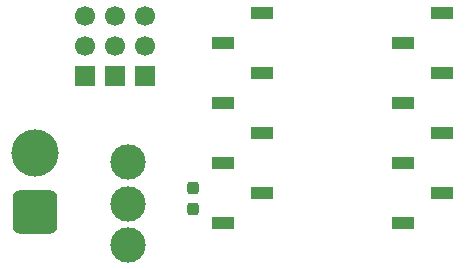
<source format=gbs>
G04 #@! TF.GenerationSoftware,KiCad,Pcbnew,9.0.2-9.0.2-0~ubuntu24.04.1*
G04 #@! TF.CreationDate,2025-06-12T12:11:57+02:00*
G04 #@! TF.ProjectId,PCB_Affichage,5043425f-4166-4666-9963-686167652e6b,rev?*
G04 #@! TF.SameCoordinates,Original*
G04 #@! TF.FileFunction,Soldermask,Bot*
G04 #@! TF.FilePolarity,Negative*
%FSLAX46Y46*%
G04 Gerber Fmt 4.6, Leading zero omitted, Abs format (unit mm)*
G04 Created by KiCad (PCBNEW 9.0.2-9.0.2-0~ubuntu24.04.1) date 2025-06-12 12:11:57*
%MOMM*%
%LPD*%
G01*
G04 APERTURE LIST*
G04 Aperture macros list*
%AMRoundRect*
0 Rectangle with rounded corners*
0 $1 Rounding radius*
0 $2 $3 $4 $5 $6 $7 $8 $9 X,Y pos of 4 corners*
0 Add a 4 corners polygon primitive as box body*
4,1,4,$2,$3,$4,$5,$6,$7,$8,$9,$2,$3,0*
0 Add four circle primitives for the rounded corners*
1,1,$1+$1,$2,$3*
1,1,$1+$1,$4,$5*
1,1,$1+$1,$6,$7*
1,1,$1+$1,$8,$9*
0 Add four rect primitives between the rounded corners*
20,1,$1+$1,$2,$3,$4,$5,0*
20,1,$1+$1,$4,$5,$6,$7,0*
20,1,$1+$1,$6,$7,$8,$9,0*
20,1,$1+$1,$8,$9,$2,$3,0*%
G04 Aperture macros list end*
%ADD10R,1.700000X1.700000*%
%ADD11C,1.700000*%
%ADD12R,1.900000X1.000000*%
%ADD13C,3.000000*%
%ADD14RoundRect,0.760000X1.140000X-1.140000X1.140000X1.140000X-1.140000X1.140000X-1.140000X-1.140000X0*%
%ADD15C,4.000000*%
%ADD16RoundRect,0.237500X0.237500X-0.300000X0.237500X0.300000X-0.237500X0.300000X-0.237500X-0.300000X0*%
G04 APERTURE END LIST*
D10*
X101000000Y-54000000D03*
D11*
X101000000Y-51460000D03*
X101000000Y-48920000D03*
D10*
X95920000Y-54000000D03*
D11*
X95920000Y-51460000D03*
X95920000Y-48920000D03*
D10*
X98460000Y-54000000D03*
D11*
X98460000Y-51460000D03*
X98460000Y-48920000D03*
D12*
X110965000Y-48595000D03*
X107665000Y-51135000D03*
X110965000Y-53675000D03*
X107665000Y-56215000D03*
X110965000Y-58755000D03*
X107665000Y-61295000D03*
X110965000Y-63835000D03*
X107665000Y-66375000D03*
X122905000Y-66380000D03*
X126205000Y-63840000D03*
X122905000Y-61300000D03*
X126205000Y-58760000D03*
X122905000Y-56220000D03*
X126205000Y-53680000D03*
X122905000Y-51140000D03*
X126205000Y-48600000D03*
D13*
X99610000Y-68260000D03*
X99610000Y-64760000D03*
X99610000Y-61260000D03*
D14*
X91680000Y-65470000D03*
D15*
X91680000Y-60470000D03*
D16*
X105090000Y-65202500D03*
X105090000Y-63477500D03*
M02*

</source>
